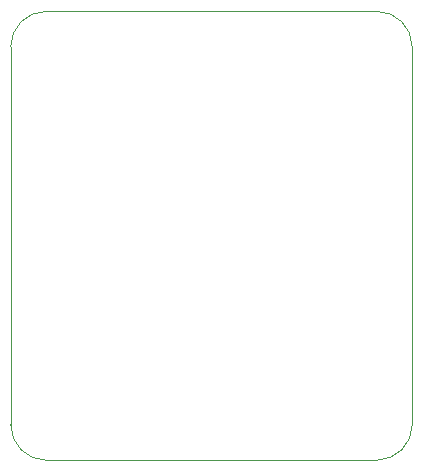
<source format=gbr>
%TF.GenerationSoftware,KiCad,Pcbnew,7.0.1*%
%TF.CreationDate,2024-01-29T14:24:06+02:00*%
%TF.ProjectId,Temp_meter_1.1,54656d70-5f6d-4657-9465-725f312e312e,rev?*%
%TF.SameCoordinates,Original*%
%TF.FileFunction,Profile,NP*%
%FSLAX46Y46*%
G04 Gerber Fmt 4.6, Leading zero omitted, Abs format (unit mm)*
G04 Created by KiCad (PCBNEW 7.0.1) date 2024-01-29 14:24:06*
%MOMM*%
%LPD*%
G01*
G04 APERTURE LIST*
%TA.AperFunction,Profile*%
%ADD10C,0.100000*%
%TD*%
G04 APERTURE END LIST*
D10*
X121000000Y-44000000D02*
X121000000Y-76000000D01*
X87000000Y-76000000D02*
X87000000Y-44000000D01*
X90000000Y-41000000D02*
X118000000Y-41000000D01*
X121000000Y-44000000D02*
G75*
G03*
X118000000Y-41000000I-3000000J0D01*
G01*
X87000000Y-76000000D02*
G75*
G03*
X90000000Y-79000000I3000000J0D01*
G01*
X90000000Y-41000000D02*
G75*
G03*
X87000000Y-44000000I0J-3000000D01*
G01*
X118000000Y-79000000D02*
X90000000Y-79000000D01*
X118000000Y-79000000D02*
G75*
G03*
X121000000Y-76000000I0J3000000D01*
G01*
M02*

</source>
